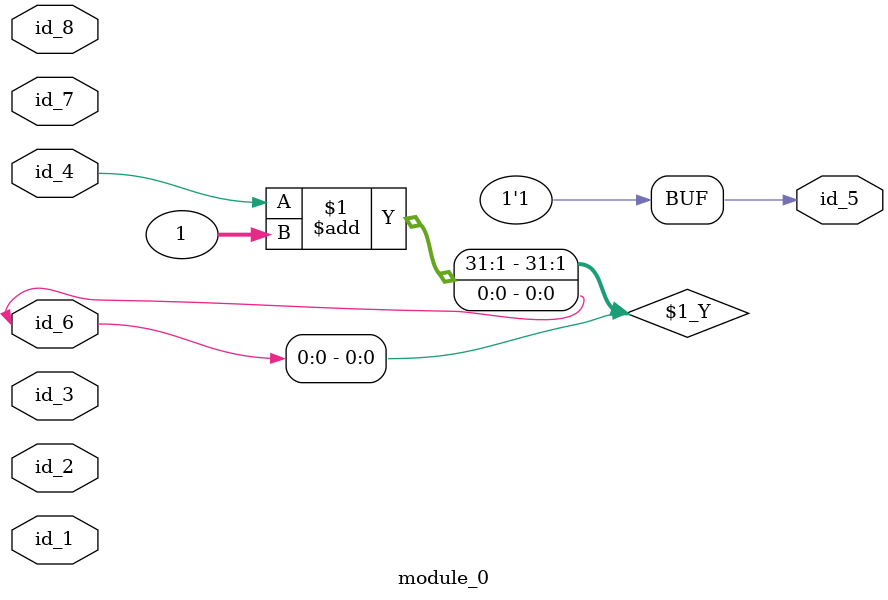
<source format=v>
`timescale 1ps / 1ps `timescale 1ps / 1ps
`define pp_8 0
module module_0 (
    id_1,
    id_2,
    id_3,
    id_4,
    id_5,
    id_6,
    id_7,
    id_8
);
  input id_8;
  input id_7;
  inout id_6;
  output id_5;
  input id_4;
  input id_3;
  input id_2;
  input id_1;
  assign id_6 = id_4 + 1;
  initial id_5 <= 1;
endmodule
`define pp_9 0
`timescale 1 ps / 1ps

</source>
